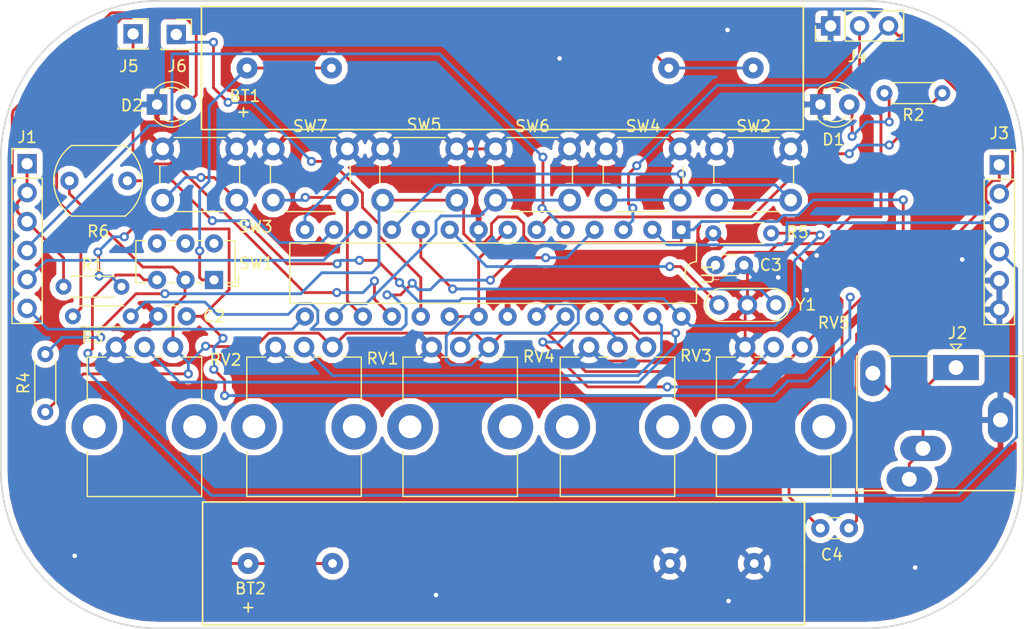
<source format=kicad_pcb>
(kicad_pcb (version 20171130) (host pcbnew "(5.0.1)-4")
  (layers (0 F.Cu signal hide) (31 B.Cu signal hide) (34 B.Paste user) (35 F.Paste user) (36 B.SilkS user) (37 F.SilkS user) (38 B.Mask user) (39 F.Mask user) (44 Edge.Cuts user))
  (net 0 "")
  (net 1 "Net-(BT1-Pad2)")
  (net 2 "Net-(BT1-Pad1)")
  (net 3 GND)
  (net 4 "Net-(C1-Pad1)")
  (net 5 "Net-(C1-Pad2)")
  (net 6 +3V3)
  (net 7 "Net-(C4-Pad1)")
  (net 8 1)
  (net 9 "Net-(D1-Pad2)")
  (net 10 "Net-(D2-Pad2)")
  (net 11 "Net-(J1-Pad1)")
  (net 12 5)
  (net 13 12)
  (net 14 15)
  (net 15 "Net-(J3-Pad2)")
  (net 16 2)
  (net 17 "Net-(J3-Pad4)")
  (net 18 "Net-(J5-Pad1)")
  (net 19 "Net-(J6-Pad1)")
  (net 20 6)
  (net 21 4)
  (net 22 28)
  (net 23 27)
  (net 24 26)
  (net 25 25)
  (net 26 24)
  (net 27 23)
  (net 28 11)
  (net 29 13)
  (net 30 14)
  (net 31 16)
  (net 32 17)
  (net 33 9)
  (net 34 10)
  (module Potentiometer_THT:Potentiometer_Alps_RK09K_Single_Vertical (layer F.Cu) (at 94.7 107.4 270)
    (fp_text reference RV1 (at 1.0072 -9.3892) (layer F.SilkS))
    (fp_text value R_POT)
    (pad 3 thru_hole circle (at 0 -5 270) (size 1.8 1.8) (drill 1) (layers *.Cu *.Mask) (net 6 +3V3))
    (pad 2 thru_hole circle (at 0 -2.5 270) (size 1.8 1.8) (drill 1) (layers *.Cu *.Mask) (net 23 27))
    (pad 1 thru_hole circle (at 0 0 270) (size 1.8 1.8) (drill 1) (layers *.Cu *.Mask) (net 3 GND))
    (pad "" np_thru_hole circle (at 7 -6.9 270) (size 4 4) (drill 2) (layers *.Cu *.Mask))
    (pad "" np_thru_hole circle (at 7 1.9 270) (size 4 4) (drill 2) (layers *.Cu *.Mask))
  )
  (module Button_Switch_THT:SW_PUSH_6mm_H5mm (layer F.Cu) (at 114 90)
    (fp_text reference SW6 (at 3.25 -2) (layer F.SilkS))
    (fp_text value SW_Push_Dual)
    (pad 2 thru_hole circle (at 0 4.5 90) (size 2 2) (drill 1.1) (layers *.Cu *.Mask) (net 31 16))
    (pad 1 thru_hole circle (at 0 0 90) (size 2 2) (drill 1.1) (layers *.Cu *.Mask) (net 3 GND))
    (pad 2 thru_hole circle (at 6.5 4.5 90) (size 2 2) (drill 1.1) (layers *.Cu *.Mask) (net 31 16))
    (pad 1 thru_hole circle (at 6.5 0 90) (size 2 2) (drill 1.1) (layers *.Cu *.Mask) (net 3 GND))
  )
  (module Connector_PinHeader_2.54mm:PinHeader_1x03_P2.54mm_Vertical (layer F.Cu) (at 143.4 79.2 90)
    (fp_text reference J4 (at -2.6642 2.3579 180) (layer F.SilkS))
    (fp_text value Conn_01x03_Female)
    (pad 3 thru_hole oval (at 0 5.08 90) (size 1.7 1.7) (drill 1) (layers *.Cu *.Mask) (net 15 "Net-(J3-Pad2)"))
    (pad 2 thru_hole oval (at 0 2.54 90) (size 1.7 1.7) (drill 1) (layers *.Cu *.Mask) (net 6 +3V3))
    (pad 1 thru_hole rect (at 0 0 90) (size 1.7 1.7) (drill 1) (layers *.Cu *.Mask) (net 3 GND))
  )
  (module Button_Switch_THT:SW_E-Switch_EG1271_DPDT (layer F.Cu) (at 89.3 101.5 180)
    (fp_text reference SW1 (at -3.7148 1.4494 180) (layer F.SilkS))
    (fp_text value SW_SPDT)
    (pad 6 thru_hole circle (at 5 3.2 180) (size 1.6 1.6) (drill 0.8) (layers *.Cu *.Mask))
    (pad 5 thru_hole circle (at 2.5 3.2 180) (size 1.6 1.6) (drill 0.8) (layers *.Cu *.Mask))
    (pad 4 thru_hole circle (at 0 3.2 180) (size 1.6 1.6) (drill 0.8) (layers *.Cu *.Mask))
    (pad 3 thru_hole circle (at 5 0 180) (size 1.6 1.6) (drill 0.8) (layers *.Cu *.Mask) (net 17 "Net-(J3-Pad4)"))
    (pad 2 thru_hole circle (at 2.5 0 180) (size 1.6 1.6) (drill 0.8) (layers *.Cu *.Mask) (net 6 +3V3))
    (pad 1 thru_hole rect (at 0 0 180) (size 1.6 1.6) (drill 0.8) (layers *.Cu *.Mask) (net 2 "Net-(BT1-Pad1)"))
  )
  (module bateria:Keystone82 (layer F.Cu) (at 92.2 82.9)
    (fp_text reference BT1 (at -0.1885 2.4567) (layer F.SilkS))
    (fp_text value Battery)
    (fp_text user + (at -0.3155 3.8029) (layer F.SilkS))
    (pad 2 thru_hole circle (at 37 0) (size 1.85 1.85) (drill 0.762) (layers *.Cu *.Mask) (net 1 "Net-(BT1-Pad2)"))
    (pad 2 thru_hole circle (at 44.4 0) (size 1.85 1.85) (drill 0.762) (layers *.Cu *.Mask) (net 1 "Net-(BT1-Pad2)"))
    (pad 1 thru_hole circle (at 7.4 0) (size 1.85 1.85) (drill 0.762) (layers *.Cu *.Mask) (net 2 "Net-(BT1-Pad1)"))
    (pad 1 thru_hole circle (at 0 0) (size 1.85 1.85) (drill 0.762) (layers *.Cu *.Mask) (net 2 "Net-(BT1-Pad1)"))
  )
  (module bateria:Keystone82 (layer F.Cu) (at 92.3 126.4)
    (fp_text reference BT2 (at 0.2 2.2) (layer F.SilkS))
    (fp_text value Battery)
    (fp_text user + (at 0 3.8) (layer F.SilkS))
    (pad 1 thru_hole circle (at 0 0) (size 1.85 1.85) (drill 0.762) (layers *.Cu *.Mask) (net 1 "Net-(BT1-Pad2)"))
    (pad 1 thru_hole circle (at 7.4 0) (size 1.85 1.85) (drill 0.762) (layers *.Cu *.Mask) (net 1 "Net-(BT1-Pad2)"))
    (pad 2 thru_hole circle (at 44.4 0) (size 1.85 1.85) (drill 0.762) (layers *.Cu *.Mask) (net 3 GND))
    (pad 2 thru_hole circle (at 37 0) (size 1.85 1.85) (drill 0.762) (layers *.Cu *.Mask) (net 3 GND))
  )
  (module Capacitor_THT:C_Disc_D3.0mm_W1.6mm_P2.50mm (layer F.Cu) (at 84.4 104.7)
    (fp_text reference C2 (at 4.8937 0.0115) (layer F.SilkS))
    (fp_text value "100 nF")
    (pad 1 thru_hole circle (at 0 0) (size 1.6 1.6) (drill 0.8) (layers *.Cu *.Mask) (net 3 GND))
    (pad 2 thru_hole circle (at 2.5 0) (size 1.6 1.6) (drill 0.8) (layers *.Cu *.Mask) (net 4 "Net-(C1-Pad1)"))
  )
  (module Capacitor_THT:C_Disc_D3.0mm_W1.6mm_P2.50mm (layer F.Cu) (at 133.3 100.2)
    (fp_text reference C3 (at 4.8506 -0.0097) (layer F.SilkS))
    (fp_text value 100nF)
    (pad 2 thru_hole circle (at 2.5 0) (size 1.6 1.6) (drill 0.8) (layers *.Cu *.Mask) (net 3 GND))
    (pad 1 thru_hole circle (at 0 0) (size 1.6 1.6) (drill 0.8) (layers *.Cu *.Mask) (net 6 +3V3))
  )
  (module Capacitor_THT:C_Disc_D3.0mm_W1.6mm_P2.50mm (layer F.Cu) (at 145 123.3 180)
    (fp_text reference C4 (at 1.49 -2.3284 180) (layer F.SilkS))
    (fp_text value 100nF)
    (pad 1 thru_hole circle (at 0 0 180) (size 1.6 1.6) (drill 0.8) (layers *.Cu *.Mask) (net 7 "Net-(C4-Pad1)"))
    (pad 2 thru_hole circle (at 2.5 0 180) (size 1.6 1.6) (drill 0.8) (layers *.Cu *.Mask) (net 8 1))
  )
  (module LED_THT:LED_D3.0mm (layer F.Cu) (at 142.5 86.1)
    (fp_text reference D1 (at 1.137 3.0794) (layer F.SilkS))
    (fp_text value LED)
    (pad 1 thru_hole rect (at 0 0) (size 1.8 1.8) (drill 0.9) (layers *.Cu *.Mask) (net 3 GND))
    (pad 2 thru_hole circle (at 2.54 0) (size 1.8 1.8) (drill 0.9) (layers *.Cu *.Mask) (net 9 "Net-(D1-Pad2)"))
  )
  (module LED_THT:LED_D3.0mm (layer F.Cu) (at 84.3 86.1)
    (fp_text reference D2 (at -2.2072 0.0822) (layer F.SilkS))
    (fp_text value LED)
    (pad 2 thru_hole circle (at 2.54 0) (size 1.8 1.8) (drill 0.9) (layers *.Cu *.Mask) (net 10 "Net-(D2-Pad2)"))
    (pad 1 thru_hole rect (at 0 0) (size 1.8 1.8) (drill 0.9) (layers *.Cu *.Mask) (net 3 GND))
  )
  (module Connector_PinHeader_2.54mm:PinHeader_1x06_P2.54mm_Vertical (layer F.Cu) (at 72.9 91.3)
    (fp_text reference J1 (at 0 -2.33) (layer F.SilkS))
    (fp_text value Conn_01x06_Female)
    (pad 1 thru_hole rect (at 0 0) (size 1.7 1.7) (drill 1) (layers *.Cu *.Mask) (net 11 "Net-(J1-Pad1)"))
    (pad 2 thru_hole oval (at 0 2.54) (size 1.7 1.7) (drill 1) (layers *.Cu *.Mask) (net 11 "Net-(J1-Pad1)"))
    (pad 3 thru_hole oval (at 0 5.08) (size 1.7 1.7) (drill 1) (layers *.Cu *.Mask) (net 11 "Net-(J1-Pad1)"))
    (pad 4 thru_hole oval (at 0 7.62) (size 1.7 1.7) (drill 1) (layers *.Cu *.Mask) (net 12 5))
    (pad 5 thru_hole oval (at 0 10.16) (size 1.7 1.7) (drill 1) (layers *.Cu *.Mask) (net 13 12))
    (pad 6 thru_hole oval (at 0 12.7) (size 1.7 1.7) (drill 1) (layers *.Cu *.Mask) (net 14 15))
  )
  (module Connector_Audio:Jack5pin (layer F.Cu) (at 154.4 109.2 180)
    (fp_text reference J2 (at -0.1336 3.028 180) (layer F.SilkS))
    (fp_text value AudioJack3_Ground)
    (pad 1 thru_hole rect (at 0 0 180) (size 4 2.2) (drill 1.3) (layers *.Cu *.Mask) (net 5 "Net-(C1-Pad2)"))
    (pad 1 thru_hole oval (at 7.3 -0.5 270) (size 4 2.2) (drill 1.3) (layers *.Cu *.Mask) (net 5 "Net-(C1-Pad2)"))
    (pad 2 thru_hole oval (at 2.9 -7.1 180) (size 4 2.2) (drill 1.3) (layers *.Cu *.Mask) (net 5 "Net-(C1-Pad2)"))
    (pad 2 thru_hole oval (at 4.1 -9.8 180) (size 4 2.2) (drill 1.3) (layers *.Cu *.Mask) (net 5 "Net-(C1-Pad2)"))
    (pad 3 thru_hole oval (at -3.9 -4.6 180) (size 2.2 4) (drill 1.3) (layers *.Cu *.Mask) (net 3 GND))
  )
  (module Connector_PinSocket_2.54mm:PinSocket_1x06_P2.54mm_Vertical (layer F.Cu) (at 158.2 91.4)
    (fp_text reference J3 (at 0 -2.77) (layer F.SilkS))
    (fp_text value Conn_01x06_Female)
    (pad 1 thru_hole rect (at 0 0) (size 1.7 1.7) (drill 1) (layers *.Cu *.Mask) (net 7 "Net-(C4-Pad1)"))
    (pad 2 thru_hole oval (at 0 2.54) (size 1.7 1.7) (drill 1) (layers *.Cu *.Mask) (net 15 "Net-(J3-Pad2)"))
    (pad 3 thru_hole oval (at 0 5.08) (size 1.7 1.7) (drill 1) (layers *.Cu *.Mask) (net 16 2))
    (pad 4 thru_hole oval (at 0 7.62) (size 1.7 1.7) (drill 1) (layers *.Cu *.Mask) (net 17 "Net-(J3-Pad4)"))
    (pad 5 thru_hole oval (at 0 10.16) (size 1.7 1.7) (drill 1) (layers *.Cu *.Mask) (net 3 GND))
    (pad 6 thru_hole oval (at 0 12.7) (size 1.7 1.7) (drill 1) (layers *.Cu *.Mask) (net 3 GND))
  )
  (module Connector_PinSocket_2.54mm:PinSocket_1x01_P2.54mm_Vertical (layer F.Cu) (at 82.2 79.9)
    (fp_text reference J5 (at -0.3612 2.8405) (layer F.SilkS))
    (fp_text value Conn_01x01_Female)
    (pad 1 thru_hole rect (at 0 0) (size 1.7 1.7) (drill 1) (layers *.Cu *.Mask) (net 18 "Net-(J5-Pad1)"))
  )
  (module Connector_PinSocket_2.54mm:PinSocket_1x01_P2.54mm_Vertical (layer F.Cu) (at 85.991001 79.951001)
    (fp_text reference J6 (at 0.076899 2.776799) (layer F.SilkS))
    (fp_text value Conn_01x01_Female)
    (pad 1 thru_hole rect (at 0 0) (size 1.7 1.7) (drill 1) (layers *.Cu *.Mask) (net 19 "Net-(J6-Pad1)"))
  )
  (module Resistor_THT:R_Axial_DIN0204_L3.6mm_D1.6mm_P5.08mm_Horizontal (layer F.Cu) (at 76.1 102.1)
    (fp_text reference R1 (at 2.54 -1.92) (layer F.SilkS))
    (fp_text value 1.5k)
    (pad 1 thru_hole circle (at 0 0) (size 1.4 1.4) (drill 0.7) (layers *.Cu *.Mask) (net 11 "Net-(J1-Pad1)"))
    (pad 2 thru_hole oval (at 5.08 0) (size 1.4 1.4) (drill 0.7) (layers *.Cu *.Mask) (net 4 "Net-(C1-Pad1)"))
  )
  (module Resistor_THT:R_Axial_DIN0204_L3.6mm_D1.6mm_P5.08mm_Horizontal (layer F.Cu) (at 153.2 85.1 180)
    (fp_text reference R2 (at 2.54 -1.92 180) (layer F.SilkS))
    (fp_text value "150 Ohm")
    (pad 1 thru_hole circle (at 0 0 180) (size 1.4 1.4) (drill 0.7) (layers *.Cu *.Mask) (net 20 6))
    (pad 2 thru_hole oval (at 5.08 0 180) (size 1.4 1.4) (drill 0.7) (layers *.Cu *.Mask) (net 9 "Net-(D1-Pad2)"))
  )
  (module Resistor_THT:R_Axial_DIN0204_L3.6mm_D1.6mm_P5.08mm_Horizontal (layer F.Cu) (at 82 104.7 180)
    (fp_text reference R3 (at 3.3616 -1.853 180) (layer F.SilkS))
    (fp_text value "150 Ohm")
    (pad 2 thru_hole oval (at 5.08 0 180) (size 1.4 1.4) (drill 0.7) (layers *.Cu *.Mask) (net 10 "Net-(D2-Pad2)"))
    (pad 1 thru_hole circle (at 0 0 180) (size 1.4 1.4) (drill 0.7) (layers *.Cu *.Mask) (net 21 4))
  )
  (module Resistor_THT:R_Axial_DIN0204_L3.6mm_D1.6mm_P5.08mm_Horizontal (layer F.Cu) (at 74.5 113.1 90)
    (fp_text reference R4 (at 2.54 -1.92 90) (layer F.SilkS))
    (fp_text value 10k)
    (pad 2 thru_hole oval (at 5.08 0 90) (size 1.4 1.4) (drill 0.7) (layers *.Cu *.Mask) (net 8 1))
    (pad 1 thru_hole circle (at 0 0 90) (size 1.4 1.4) (drill 0.7) (layers *.Cu *.Mask) (net 6 +3V3))
  )
  (module Resistor_THT:R_Axial_DIN0204_L3.6mm_D1.6mm_P5.08mm_Horizontal (layer F.Cu) (at 133.1 97.4)
    (fp_text reference R5 (at 7.4001 -0.0926) (layer F.SilkS))
    (fp_text value 10k)
    (pad 1 thru_hole circle (at 0 0) (size 1.4 1.4) (drill 0.7) (layers *.Cu *.Mask) (net 3 GND))
    (pad 2 thru_hole oval (at 5.08 0) (size 1.4 1.4) (drill 0.7) (layers *.Cu *.Mask) (net 22 28))
  )
  (module OptoDevice:R_LDR_7x6mm_P5.1mm_Vertical (layer F.Cu) (at 81.7 92.8 180)
    (fp_text reference R6 (at 2.5536 -4.4439 180) (layer F.SilkS))
    (fp_text value LDR03)
    (pad 1 thru_hole circle (at 0 0 180) (size 1.6 1.6) (drill 0.8) (layers *.Cu *.Mask) (net 22 28))
    (pad 2 thru_hole circle (at 5.08 0 180) (size 1.6 1.6) (drill 0.8) (layers *.Cu *.Mask) (net 6 +3V3))
  )
  (module Potentiometer_THT:Potentiometer_Alps_RK09K_Single_Vertical (layer F.Cu) (at 80.7 107.4 270)
    (fp_text reference RV2 (at 1.1215 -9.6097) (layer F.SilkS))
    (fp_text value R_POT)
    (pad "" np_thru_hole circle (at 7 1.9 270) (size 4 4) (drill 2) (layers *.Cu *.Mask))
    (pad "" np_thru_hole circle (at 7 -6.9 270) (size 4 4) (drill 2) (layers *.Cu *.Mask))
    (pad 1 thru_hole circle (at 0 0 270) (size 1.8 1.8) (drill 1) (layers *.Cu *.Mask) (net 3 GND))
    (pad 2 thru_hole circle (at 0 -2.5 270) (size 1.8 1.8) (drill 1) (layers *.Cu *.Mask) (net 24 26))
    (pad 3 thru_hole circle (at 0 -5 270) (size 1.8 1.8) (drill 1) (layers *.Cu *.Mask) (net 6 +3V3))
  )
  (module Potentiometer_THT:Potentiometer_Alps_RK09K_Single_Vertical (layer F.Cu) (at 122.2 107.4 270)
    (fp_text reference RV3 (at 0.7659 -9.3847) (layer F.SilkS))
    (fp_text value R_POT)
    (pad 3 thru_hole circle (at 0 -5 270) (size 1.8 1.8) (drill 1) (layers *.Cu *.Mask) (net 6 +3V3))
    (pad 2 thru_hole circle (at 0 -2.5 270) (size 1.8 1.8) (drill 1) (layers *.Cu *.Mask) (net 25 25))
    (pad 1 thru_hole circle (at 0 0 270) (size 1.8 1.8) (drill 1) (layers *.Cu *.Mask) (net 3 GND))
    (pad "" np_thru_hole circle (at 7 -6.9 270) (size 4 4) (drill 2) (layers *.Cu *.Mask))
    (pad "" np_thru_hole circle (at 7 1.9 270) (size 4 4) (drill 2) (layers *.Cu *.Mask))
  )
  (module Potentiometer_THT:Potentiometer_Alps_RK09K_Single_Vertical (layer F.Cu) (at 108.4 107.4 270)
    (fp_text reference RV4 (at 0.8294 -9.4052) (layer F.SilkS))
    (fp_text value R_POT)
    (pad "" np_thru_hole circle (at 7 1.9 270) (size 4 4) (drill 2) (layers *.Cu *.Mask))
    (pad "" np_thru_hole circle (at 7 -6.9 270) (size 4 4) (drill 2) (layers *.Cu *.Mask))
    (pad 1 thru_hole circle (at 0 0 270) (size 1.8 1.8) (drill 1) (layers *.Cu *.Mask) (net 3 GND))
    (pad 2 thru_hole circle (at 0 -2.5 270) (size 1.8 1.8) (drill 1) (layers *.Cu *.Mask) (net 26 24))
    (pad 3 thru_hole circle (at 0 -5 270) (size 1.8 1.8) (drill 1) (layers *.Cu *.Mask) (net 6 +3V3))
  )
  (module Button_Switch_THT:SW_PUSH_6mm_H5mm (layer F.Cu) (at 133.4 90)
    (fp_text reference SW2 (at 3.25 -2) (layer F.SilkS))
    (fp_text value SW_Push_Dual)
    (pad 1 thru_hole circle (at 6.5 0 90) (size 2 2) (drill 1.1) (layers *.Cu *.Mask) (net 3 GND))
    (pad 2 thru_hole circle (at 6.5 4.5 90) (size 2 2) (drill 1.1) (layers *.Cu *.Mask) (net 28 11))
    (pad 1 thru_hole circle (at 0 0 90) (size 2 2) (drill 1.1) (layers *.Cu *.Mask) (net 3 GND))
    (pad 2 thru_hole circle (at 0 4.5 90) (size 2 2) (drill 1.1) (layers *.Cu *.Mask) (net 28 11))
  )
  (module Button_Switch_THT:SW_PUSH_6mm_H5mm (layer F.Cu) (at 84.8 90)
    (fp_text reference SW3 (at 8.1259 6.8375) (layer F.SilkS))
    (fp_text value SW_Push_Dual)
    (pad 2 thru_hole circle (at 0 4.5 90) (size 2 2) (drill 1.1) (layers *.Cu *.Mask) (net 29 13))
    (pad 1 thru_hole circle (at 0 0 90) (size 2 2) (drill 1.1) (layers *.Cu *.Mask) (net 3 GND))
    (pad 2 thru_hole circle (at 6.5 4.5 90) (size 2 2) (drill 1.1) (layers *.Cu *.Mask) (net 29 13))
    (pad 1 thru_hole circle (at 6.5 0 90) (size 2 2) (drill 1.1) (layers *.Cu *.Mask) (net 3 GND))
  )
  (module Button_Switch_THT:SW_PUSH_6mm_H5mm (layer F.Cu) (at 123.7 90)
    (fp_text reference SW4 (at 3.25 -2) (layer F.SilkS))
    (fp_text value SW_Push_Dual)
    (pad 1 thru_hole circle (at 6.5 0 90) (size 2 2) (drill 1.1) (layers *.Cu *.Mask) (net 3 GND))
    (pad 2 thru_hole circle (at 6.5 4.5 90) (size 2 2) (drill 1.1) (layers *.Cu *.Mask) (net 30 14))
    (pad 1 thru_hole circle (at 0 0 90) (size 2 2) (drill 1.1) (layers *.Cu *.Mask) (net 3 GND))
    (pad 2 thru_hole circle (at 0 4.5 90) (size 2 2) (drill 1.1) (layers *.Cu *.Mask) (net 30 14))
  )
  (module Button_Switch_THT:SW_PUSH_6mm_H5mm (layer F.Cu) (at 110.6 94.5 180)
    (fp_text reference SW5 (at 2.8659 6.6414 180) (layer F.SilkS))
    (fp_text value SW_Push_Dual)
    (pad 2 thru_hole circle (at 0 4.5 270) (size 2 2) (drill 1.1) (layers *.Cu *.Mask) (net 3 GND))
    (pad 1 thru_hole circle (at 0 0 270) (size 2 2) (drill 1.1) (layers *.Cu *.Mask) (net 8 1))
    (pad 2 thru_hole circle (at 6.5 4.5 270) (size 2 2) (drill 1.1) (layers *.Cu *.Mask) (net 3 GND))
    (pad 1 thru_hole circle (at 6.5 0 270) (size 2 2) (drill 1.1) (layers *.Cu *.Mask) (net 8 1))
  )
  (module Button_Switch_THT:SW_PUSH_6mm_H5mm (layer F.Cu) (at 94.5 90)
    (fp_text reference SW7 (at 3.25 -2) (layer F.SilkS))
    (fp_text value SW_Push_Dual)
    (pad 1 thru_hole circle (at 6.5 0 90) (size 2 2) (drill 1.1) (layers *.Cu *.Mask) (net 3 GND))
    (pad 2 thru_hole circle (at 6.5 4.5 90) (size 2 2) (drill 1.1) (layers *.Cu *.Mask) (net 32 17))
    (pad 1 thru_hole circle (at 0 0 90) (size 2 2) (drill 1.1) (layers *.Cu *.Mask) (net 3 GND))
    (pad 2 thru_hole circle (at 0 4.5 90) (size 2 2) (drill 1.1) (layers *.Cu *.Mask) (net 32 17))
  )
  (module Package_DIP:DIP-28_W7.62mm (layer F.Cu) (at 130.3 97.1 270)
    (fp_text reference U1 (at 3.81 -2.33 270) (layer F.SilkS))
    (fp_text value ATmega328-PU)
    (pad 1 thru_hole rect (at 0 0 270) (size 1.6 1.6) (drill 0.8) (layers *.Cu *.Mask) (net 8 1))
    (pad 15 thru_hole oval (at 7.62 33.02 270) (size 1.6 1.6) (drill 0.8) (layers *.Cu *.Mask) (net 14 15))
    (pad 2 thru_hole oval (at 0 2.54 270) (size 1.6 1.6) (drill 0.8) (layers *.Cu *.Mask) (net 16 2))
    (pad 16 thru_hole oval (at 7.62 30.48 270) (size 1.6 1.6) (drill 0.8) (layers *.Cu *.Mask) (net 31 16))
    (pad 3 thru_hole oval (at 0 5.08 270) (size 1.6 1.6) (drill 0.8) (layers *.Cu *.Mask) (net 15 "Net-(J3-Pad2)"))
    (pad 17 thru_hole oval (at 7.62 27.94 270) (size 1.6 1.6) (drill 0.8) (layers *.Cu *.Mask) (net 32 17))
    (pad 4 thru_hole oval (at 0 7.62 270) (size 1.6 1.6) (drill 0.8) (layers *.Cu *.Mask) (net 21 4))
    (pad 18 thru_hole oval (at 7.62 25.4 270) (size 1.6 1.6) (drill 0.8) (layers *.Cu *.Mask) (net 18 "Net-(J5-Pad1)"))
    (pad 5 thru_hole oval (at 0 10.16 270) (size 1.6 1.6) (drill 0.8) (layers *.Cu *.Mask) (net 12 5))
    (pad 19 thru_hole oval (at 7.62 22.86 270) (size 1.6 1.6) (drill 0.8) (layers *.Cu *.Mask) (net 19 "Net-(J6-Pad1)"))
    (pad 6 thru_hole oval (at 0 12.7 270) (size 1.6 1.6) (drill 0.8) (layers *.Cu *.Mask) (net 20 6))
    (pad 20 thru_hole oval (at 7.62 20.32 270) (size 1.6 1.6) (drill 0.8) (layers *.Cu *.Mask) (net 6 +3V3))
    (pad 7 thru_hole oval (at 0 15.24 270) (size 1.6 1.6) (drill 0.8) (layers *.Cu *.Mask) (net 6 +3V3))
    (pad 21 thru_hole oval (at 7.62 17.78 270) (size 1.6 1.6) (drill 0.8) (layers *.Cu *.Mask) (net 6 +3V3))
    (pad 8 thru_hole oval (at 0 17.78 270) (size 1.6 1.6) (drill 0.8) (layers *.Cu *.Mask) (net 3 GND))
    (pad 22 thru_hole oval (at 7.62 15.24 270) (size 1.6 1.6) (drill 0.8) (layers *.Cu *.Mask) (net 3 GND))
    (pad 9 thru_hole oval (at 0 20.32 270) (size 1.6 1.6) (drill 0.8) (layers *.Cu *.Mask) (net 33 9))
    (pad 23 thru_hole oval (at 7.62 12.7 270) (size 1.6 1.6) (drill 0.8) (layers *.Cu *.Mask) (net 27 23))
    (pad 10 thru_hole oval (at 0 22.86 270) (size 1.6 1.6) (drill 0.8) (layers *.Cu *.Mask) (net 34 10))
    (pad 24 thru_hole oval (at 7.62 10.16 270) (size 1.6 1.6) (drill 0.8) (layers *.Cu *.Mask) (net 26 24))
    (pad 11 thru_hole oval (at 0 25.4 270) (size 1.6 1.6) (drill 0.8) (layers *.Cu *.Mask) (net 28 11))
    (pad 25 thru_hole oval (at 7.62 7.62 270) (size 1.6 1.6) (drill 0.8) (layers *.Cu *.Mask) (net 25 25))
    (pad 12 thru_hole oval (at 0 27.94 270) (size 1.6 1.6) (drill 0.8) (layers *.Cu *.Mask) (net 13 12))
    (pad 26 thru_hole oval (at 7.62 5.08 270) (size 1.6 1.6) (drill 0.8) (layers *.Cu *.Mask) (net 24 26))
    (pad 13 thru_hole oval (at 0 30.48 270) (size 1.6 1.6) (drill 0.8) (layers *.Cu *.Mask) (net 29 13))
    (pad 27 thru_hole oval (at 7.62 2.54 270) (size 1.6 1.6) (drill 0.8) (layers *.Cu *.Mask) (net 23 27))
    (pad 14 thru_hole oval (at 0 33.02 270) (size 1.6 1.6) (drill 0.8) (layers *.Cu *.Mask) (net 30 14))
    (pad 28 thru_hole oval (at 7.62 0 270) (size 1.6 1.6) (drill 0.8) (layers *.Cu *.Mask) (net 22 28))
  )
  (module Crystal:Resonator-3Pin_W7.0mm_H2.5mm (layer F.Cu) (at 133.6 103.7)
    (fp_text reference Y1 (at 7.6367 -0.0299) (layer F.SilkS))
    (fp_text value "16 Mhz")
    (pad 1 thru_hole circle (at 0 0) (size 1.7 1.7) (drill 1) (layers *.Cu *.Mask) (net 33 9))
    (pad 2 thru_hole circle (at 2.5 0) (size 1.7 1.7) (drill 1) (layers *.Cu *.Mask) (net 3 GND))
    (pad 3 thru_hole circle (at 5 0) (size 1.7 1.7) (drill 1) (layers *.Cu *.Mask) (net 34 10))
  )
  (module Potentiometer_THT:Potentiometer_Alps_RK09K_Single_Vertical (layer F.Cu) (at 135.9 107.4 270)
    (fp_text reference RV5 (at -2.1297 -7.7751) (layer F.SilkS))
    (fp_text value R_POT)
    (pad 3 thru_hole circle (at 0 -5 270) (size 1.8 1.8) (drill 1) (layers *.Cu *.Mask) (net 6 +3V3))
    (pad 2 thru_hole circle (at 0 -2.5 270) (size 1.8 1.8) (drill 1) (layers *.Cu *.Mask) (net 27 23))
    (pad 1 thru_hole circle (at 0 0 270) (size 1.8 1.8) (drill 1) (layers *.Cu *.Mask) (net 3 GND))
    (pad "" np_thru_hole circle (at 7 -6.9 270) (size 4 4) (drill 2) (layers *.Cu *.Mask))
    (pad "" np_thru_hole circle (at 7 1.9 270) (size 4 4) (drill 2) (layers *.Cu *.Mask))
  )
  (gr_line (start 160.3 90.9) (end 160.3 118.2) (layer Edge.Cuts) (width 0.15))
  (gr_line (start 84.5 132.1) (end 146.4 132.1) (layer Edge.Cuts) (width 0.15))
  (gr_line (start 70.6 118.2) (end 70.6 90.8) (layer Edge.Cuts) (width 0.15))
  (gr_line (start 146.4 77) (end 84.5 77) (layer Edge.Cuts) (width 0.15))
  (gr_arc (start 146.399641 90.9) (end 160.3 90.9) (angle -90) (layer Edge.Cuts) (width 0.15))
  (gr_arc (start 84.5 90.900359) (end 84.5 77) (angle -89.58632754) (layer Edge.Cuts) (width 0.15))
  (gr_arc (start 84.500359 118.2) (end 70.6 118.2) (angle -90) (layer Edge.Cuts) (width 0.15))
  (gr_arc (start 146.4 118.199641) (end 146.4 132.1) (angle -90) (layer Edge.Cuts) (width 0.15))
  (segment (start 92.3 126.4) (end 99.7 126.4) (width 0.25) (layer F.Cu) (net 1))
  (segment (start 129.2 82.9) (end 136.6 82.9) (width 0.25) (layer B.Cu) (net 1))
  (segment (start 78.775 126.4) (end 98.391853 126.4) (width 0.25) (layer F.Cu) (net 1))
  (segment (start 71.599991 119.224991) (end 78.775 126.4) (width 0.25) (layer F.Cu) (net 1))
  (segment (start 71.599991 86.965232) (end 71.599991 119.224991) (width 0.25) (layer F.Cu) (net 1))
  (segment (start 71.685229 86.654607) (end 71.599991 86.965232) (width 0.25) (layer F.Cu) (net 1))
  (segment (start 71.699075 86.619125) (end 71.685229 86.654607) (width 0.25) (layer F.Cu) (net 1))
  (segment (start 129.2 82.9) (end 124.3415 78.0415) (width 0.25) (layer F.Cu) (net 1))
  (segment (start 124.3415 78.0415) (end 80.398513 78.0415) (width 0.25) (layer F.Cu) (net 1))
  (segment (start 80.398513 78.0415) (end 80.346881 78.055268) (width 0.25) (layer F.Cu) (net 1))
  (segment (start 80.346881 78.055268) (end 80.211057 78.107143) (width 0.25) (layer F.Cu) (net 1))
  (segment (start 80.211057 78.107143) (end 71.699075 86.619125) (width 0.25) (layer F.Cu) (net 1))
  (segment (start 98.391853 126.4) (end 99.7 126.4) (width 0.25) (layer F.Cu) (net 1))
  (segment (start 99.6 82.9) (end 92.868 82.9) (width 0.25) (layer F.Cu) (net 2))
  (segment (start 92.868 82.9) (end 92.2 82.9) (width 0.25) (layer F.Cu) (net 2))
  (via (at 88.04022 98.949507) (size 0.8) (drill 0.4) (layers F.Cu B.Cu) (net 2))
  (segment (start 88.25 101.5) (end 89.3 101.5) (width 0.25) (layer F.Cu) (net 2))
  (segment (start 88.04022 101.29022) (end 88.25 101.5) (width 0.25) (layer F.Cu) (net 2))
  (segment (start 88.04022 98.949507) (end 88.04022 101.29022) (width 0.25) (layer F.Cu) (net 2))
  (segment (start 88.04022 93.691984) (end 88.04022 98.383822) (width 0.25) (layer B.Cu) (net 2))
  (segment (start 92.2 82.9) (end 88.874862 86.225138) (width 0.25) (layer B.Cu) (net 2))
  (segment (start 88.874862 86.225138) (end 88.874862 92.857342) (width 0.25) (layer B.Cu) (net 2))
  (segment (start 88.04022 98.383822) (end 88.04022 98.949507) (width 0.25) (layer B.Cu) (net 2))
  (segment (start 88.874862 92.857342) (end 88.04022 93.691984) (width 0.25) (layer B.Cu) (net 2))
  (segment (start 84.3 89.5) (end 84.8 90) (width 0.25) (layer F.Cu) (net 3))
  (segment (start 112.585787 90) (end 110.6 90) (width 0.25) (layer F.Cu) (net 3))
  (segment (start 114 90) (end 112.585787 90) (width 0.25) (layer F.Cu) (net 3))
  (segment (start 158.3 104.2) (end 158.2 104.1) (width 0.25) (layer F.Cu) (net 3))
  (segment (start 158.3 113.8) (end 158.3 104.2) (width 0.25) (layer F.Cu) (net 3))
  (segment (start 158.2 104.1) (end 158.2 101.56) (width 0.25) (layer F.Cu) (net 3))
  (segment (start 136.1 100.5) (end 135.8 100.2) (width 0.25) (layer F.Cu) (net 3))
  (segment (start 136.1 103.7) (end 136.1 100.5) (width 0.25) (layer F.Cu) (net 3))
  (segment (start 135.9 103.9) (end 136.1 103.7) (width 0.25) (layer F.Cu) (net 3))
  (segment (start 135.9 107.4) (end 135.9 103.9) (width 0.25) (layer F.Cu) (net 3))
  (via (at 138.7983 101.2825) (size 0.8) (drill 0.4) (layers F.Cu B.Cu) (net 3))
  (via (at 142.1765 99.3521) (size 0.8) (drill 0.4) (layers F.Cu B.Cu) (net 3))
  (via (at 141.3002 102.4001) (size 0.8) (drill 0.4) (layers F.Cu B.Cu) (net 3))
  (via (at 108.7755 129.1717) (size 0.8) (drill 0.4) (layers F.Cu B.Cu) (net 3))
  (via (at 134.4422 129.6924) (size 0.8) (drill 0.4) (layers F.Cu B.Cu) (net 3))
  (via (at 150.8125 126.7587) (size 0.8) (drill 0.4) (layers F.Cu B.Cu) (net 3))
  (via (at 119.6213 82.0547) (size 0.8) (drill 0.4) (layers F.Cu B.Cu) (net 3))
  (via (at 134.3533 79.5528) (size 0.8) (drill 0.4) (layers F.Cu B.Cu) (net 3))
  (via (at 154.94 99.7077) (size 0.8) (drill 0.4) (layers F.Cu B.Cu) (net 3))
  (segment (start 132.400001 98.099999) (end 133.1 97.4) (width 0.25) (layer F.Cu) (net 3))
  (segment (start 131.9149 98.5851) (end 132.400001 98.099999) (width 0.25) (layer F.Cu) (net 3))
  (segment (start 131.9149 100.5205) (end 131.9149 98.5851) (width 0.25) (layer F.Cu) (net 3))
  (segment (start 132.719401 101.325001) (end 131.9149 100.5205) (width 0.25) (layer F.Cu) (net 3))
  (segment (start 135.8 100.2) (end 134.674999 101.325001) (width 0.25) (layer F.Cu) (net 3))
  (segment (start 134.674999 101.325001) (end 132.719401 101.325001) (width 0.25) (layer F.Cu) (net 3))
  (segment (start 135.000001 108.299999) (end 135.9 107.4) (width 0.25) (layer F.Cu) (net 3))
  (segment (start 134.674999 108.625001) (end 135.000001 108.299999) (width 0.25) (layer F.Cu) (net 3))
  (segment (start 122.2 107.4) (end 123.425001 108.625001) (width 0.25) (layer F.Cu) (net 3))
  (segment (start 123.425001 108.625001) (end 134.674999 108.625001) (width 0.25) (layer F.Cu) (net 3))
  (via (at 77.07799 125.72831) (size 0.8) (drill 0.4) (layers F.Cu B.Cu) (net 3))
  (via (at 90.2335 111.6584) (size 0.8) (drill 0.4) (layers F.Cu B.Cu) (net 4))
  (via (at 89.281 109.350001) (size 0.8) (drill 0.4) (layers F.Cu B.Cu) (net 4))
  (segment (start 90.2335 111.6584) (end 90.2335 110.302501) (width 0.25) (layer F.Cu) (net 4))
  (segment (start 90.2335 110.302501) (end 89.281 109.350001) (width 0.25) (layer F.Cu) (net 4))
  (via (at 90.0938 106.6292) (size 0.8) (drill 0.4) (layers F.Cu B.Cu) (net 4))
  (segment (start 89.281 109.350001) (end 89.281 107.442) (width 0.25) (layer B.Cu) (net 4))
  (segment (start 89.281 107.442) (end 90.0938 106.6292) (width 0.25) (layer B.Cu) (net 4))
  (segment (start 88.1646 104.7) (end 86.9 104.7) (width 0.25) (layer F.Cu) (net 4))
  (segment (start 90.0938 106.6292) (end 88.1646 104.7) (width 0.25) (layer F.Cu) (net 4))
  (via (at 81.430068 97.716132) (size 0.8) (drill 0.4) (layers F.Cu B.Cu) (net 4))
  (via (at 79.2226 101.1682) (size 0.8) (drill 0.4) (layers F.Cu B.Cu) (net 4))
  (segment (start 80.2482 101.1682) (end 81.18 102.1) (width 0.25) (layer B.Cu) (net 4))
  (segment (start 79.2226 101.1682) (end 80.2482 101.1682) (width 0.25) (layer B.Cu) (net 4))
  (segment (start 79.508299 98.658891) (end 79.1083 99.05889) (width 0.25) (layer B.Cu) (net 4))
  (segment (start 80.451058 97.716132) (end 79.508299 98.658891) (width 0.25) (layer B.Cu) (net 4))
  (segment (start 81.430068 97.716132) (end 80.451058 97.716132) (width 0.25) (layer B.Cu) (net 4))
  (via (at 79.1083 99.05889) (size 0.8) (drill 0.4) (layers F.Cu B.Cu) (net 4))
  (via (at 145.119522 103.015047) (size 0.8) (drill 0.4) (layers F.Cu B.Cu) (net 4))
  (segment (start 145.119522 103.015038) (end 145.119522 103.015047) (width 0.25) (layer F.Cu) (net 4))
  (segment (start 145 102.895516) (end 145.119522 103.015038) (width 0.25) (layer F.Cu) (net 4))
  (segment (start 79.1845 99.13509) (end 79.1083 99.05889) (width 0.25) (layer F.Cu) (net 4))
  (segment (start 79.2226 101.1682) (end 79.1845 101.1301) (width 0.25) (layer F.Cu) (net 4))
  (segment (start 79.1845 101.1301) (end 79.1845 99.13509) (width 0.25) (layer F.Cu) (net 4))
  (segment (start 82.1182 97.028) (end 81.430068 97.716132) (width 0.25) (layer F.Cu) (net 4))
  (segment (start 90.6272 102.357802) (end 90.6272 97.028) (width 0.25) (layer F.Cu) (net 4))
  (segment (start 88.285002 104.7) (end 90.6272 102.357802) (width 0.25) (layer F.Cu) (net 4))
  (segment (start 86.9 104.7) (end 88.285002 104.7) (width 0.25) (layer F.Cu) (net 4))
  (segment (start 90.6272 97.028) (end 82.1182 97.028) (width 0.25) (layer F.Cu) (net 4))
  (segment (start 145.0848 103.015047) (end 145.119522 103.015047) (width 0.25) (layer B.Cu) (net 4))
  (segment (start 138.3792 111.6584) (end 139.625001 110.412599) (width 0.25) (layer B.Cu) (net 4))
  (segment (start 90.2335 111.6584) (end 138.3792 111.6584) (width 0.25) (layer B.Cu) (net 4))
  (segment (start 139.625001 110.412599) (end 139.625001 110.3884) (width 0.25) (layer B.Cu) (net 4))
  (segment (start 139.625001 110.3884) (end 141.351 110.3884) (width 0.25) (layer B.Cu) (net 4))
  (segment (start 141.351 110.3884) (end 145.0848 106.6546) (width 0.25) (layer B.Cu) (net 4))
  (segment (start 145.0848 106.6546) (end 145.0848 103.015047) (width 0.25) (layer B.Cu) (net 4))
  (segment (start 151.5 116.45) (end 151.5 116.3) (width 0.25) (layer F.Cu) (net 5))
  (segment (start 150.3 117.65) (end 151.5 116.45) (width 0.25) (layer F.Cu) (net 5))
  (segment (start 150.3 119) (end 150.3 117.65) (width 0.25) (layer F.Cu) (net 5))
  (segment (start 151.5 111.2) (end 153.5 109.2) (width 0.25) (layer F.Cu) (net 5))
  (segment (start 151.5 116.3) (end 151.5 111.2) (width 0.25) (layer F.Cu) (net 5))
  (segment (start 153.5 109.2) (end 154.4 109.2) (width 0.25) (layer F.Cu) (net 5))
  (segment (start 147.1 109.7366) (end 147.1 109.7) (width 0.25) (layer F.Cu) (net 5))
  (segment (start 151.5 111.2) (end 148.5634 111.2) (width 0.25) (layer F.Cu) (net 5))
  (segment (start 148.5634 111.2) (end 147.1 109.7366) (width 0.25) (layer F.Cu) (net 5))
  (segment (start 86.000001 100.700001) (end 86.8 101.5) (width 0.25) (layer F.Cu) (net 6))
  (segment (start 85.674999 100.374999) (end 86.000001 100.700001) (width 0.25) (layer F.Cu) (net 6))
  (segment (start 83.063629 100.374999) (end 85.674999 100.374999) (width 0.25) (layer F.Cu) (net 6))
  (segment (start 76.62 93.93137) (end 83.063629 100.374999) (width 0.25) (layer F.Cu) (net 6))
  (segment (start 76.62 92.8) (end 76.62 93.93137) (width 0.25) (layer F.Cu) (net 6))
  (segment (start 134.099999 99.400001) (end 133.3 100.2) (width 0.25) (layer F.Cu) (net 6))
  (segment (start 134.425001 99.074999) (end 134.099999 99.400001) (width 0.25) (layer F.Cu) (net 6))
  (segment (start 138.022003 99.074999) (end 134.425001 99.074999) (width 0.25) (layer F.Cu) (net 6))
  (segment (start 126.300001 106.500001) (end 127.2 107.4) (width 0.25) (layer F.Cu) (net 6))
  (segment (start 125.974999 106.174999) (end 126.300001 106.500001) (width 0.25) (layer F.Cu) (net 6))
  (segment (start 114.625001 106.174999) (end 125.974999 106.174999) (width 0.25) (layer F.Cu) (net 6))
  (segment (start 113.4 107.4) (end 114.625001 106.174999) (width 0.25) (layer F.Cu) (net 6))
  (segment (start 112.500001 106.500001) (end 113.4 107.4) (width 0.25) (layer F.Cu) (net 6))
  (segment (start 112.174999 106.174999) (end 112.500001 106.500001) (width 0.25) (layer F.Cu) (net 6))
  (segment (start 100.925001 106.174999) (end 112.174999 106.174999) (width 0.25) (layer F.Cu) (net 6))
  (segment (start 99.7 107.4) (end 100.925001 106.174999) (width 0.25) (layer F.Cu) (net 6))
  (segment (start 98.800001 106.500001) (end 99.7 107.4) (width 0.25) (layer F.Cu) (net 6))
  (segment (start 98.474999 106.174999) (end 98.800001 106.500001) (width 0.25) (layer F.Cu) (net 6))
  (segment (start 111.38863 104.72) (end 109.98 104.72) (width 0.25) (layer F.Cu) (net 6))
  (segment (start 112.52 104.72) (end 111.38863 104.72) (width 0.25) (layer F.Cu) (net 6))
  (segment (start 87.0458 108.7458) (end 85.7 107.4) (width 0.25) (layer B.Cu) (net 6))
  (via (at 88.566232 107.320625) (size 0.8) (drill 0.4) (layers F.Cu B.Cu) (net 6))
  (segment (start 87.0458 108.7458) (end 87.141057 108.7458) (width 0.25) (layer B.Cu) (net 6))
  (segment (start 87.141057 108.7458) (end 88.566232 107.320625) (width 0.25) (layer B.Cu) (net 6))
  (segment (start 94.111999 106.174999) (end 98.474999 106.174999) (width 0.25) (layer F.Cu) (net 6))
  (segment (start 92.932797 107.354201) (end 94.111999 106.174999) (width 0.25) (layer F.Cu) (net 6))
  (segment (start 89.165493 107.354201) (end 92.932797 107.354201) (width 0.25) (layer F.Cu) (net 6))
  (segment (start 89.131917 107.320625) (end 89.165493 107.354201) (width 0.25) (layer F.Cu) (net 6))
  (segment (start 88.566232 107.320625) (end 89.131917 107.320625) (width 0.25) (layer F.Cu) (net 6))
  (segment (start 77.84771 109.75229) (end 86.480115 109.75229) (width 0.25) (layer F.Cu) (net 6))
  (segment (start 86.480115 109.75229) (end 87.0458 109.75229) (width 0.25) (layer F.Cu) (net 6))
  (segment (start 87.0458 108.7458) (end 87.0458 109.75229) (width 0.25) (layer B.Cu) (net 6))
  (segment (start 74.5 113.1) (end 77.84771 109.75229) (width 0.25) (layer F.Cu) (net 6))
  (via (at 87.0458 109.75229) (size 0.8) (drill 0.4) (layers F.Cu B.Cu) (net 6))
  (segment (start 86.7537 101.5463) (end 86.8 101.5) (width 0.25) (layer F.Cu) (net 6))
  (segment (start 86.7537 102.9081) (end 86.7537 101.5463) (width 0.25) (layer F.Cu) (net 6))
  (segment (start 85.7 107.4) (end 85.7 103.9618) (width 0.25) (layer F.Cu) (net 6))
  (segment (start 85.7 103.9618) (end 86.7537 102.9081) (width 0.25) (layer F.Cu) (net 6))
  (segment (start 112.52 104.72) (end 112.52 99.64) (width 0.25) (layer F.Cu) (net 6))
  (segment (start 112.52 99.64) (end 115.06 97.1) (width 0.25) (layer F.Cu) (net 6))
  (segment (start 144.394521 103.905479) (end 144.394521 103.284621) (width 0.25) (layer F.Cu) (net 6))
  (segment (start 144.394521 103.284621) (end 140.1826 99.0727) (width 0.25) (layer F.Cu) (net 6))
  (segment (start 138.024302 99.0727) (end 138.022003 99.074999) (width 0.25) (layer F.Cu) (net 6))
  (segment (start 140.1826 99.0727) (end 138.024302 99.0727) (width 0.25) (layer F.Cu) (net 6))
  (segment (start 140.9 107.4) (end 144.394521 103.905479) (width 0.25) (layer F.Cu) (net 6))
  (segment (start 127.2 107.4) (end 126.513002 107.4) (width 0.25) (layer F.Cu) (net 6))
  (segment (start 140.000001 108.299999) (end 140.9 107.4) (width 0.25) (layer F.Cu) (net 6))
  (segment (start 138.7498 109.5502) (end 140.000001 108.299999) (width 0.25) (layer F.Cu) (net 6))
  (segment (start 121.913792 109.5502) (end 138.7498 109.5502) (width 0.25) (layer F.Cu) (net 6))
  (segment (start 125.288001 106.174999) (end 118.538591 106.174999) (width 0.25) (layer F.Cu) (net 6))
  (segment (start 118.538591 106.174999) (end 121.913792 109.5502) (width 0.25) (layer F.Cu) (net 6))
  (segment (start 111.38863 104.72) (end 112.52 104.72) (width 0.25) (layer B.Cu) (net 6))
  (segment (start 109.674999 106.433631) (end 111.38863 104.72) (width 0.25) (layer B.Cu) (net 6))
  (segment (start 109.674999 108.582799) (end 109.674999 106.433631) (width 0.25) (layer B.Cu) (net 6))
  (segment (start 110.0582 108.966) (end 109.674999 108.582799) (width 0.25) (layer B.Cu) (net 6))
  (segment (start 113.4 107.4) (end 111.834 108.966) (width 0.25) (layer B.Cu) (net 6))
  (segment (start 111.834 108.966) (end 110.0582 108.966) (width 0.25) (layer B.Cu) (net 6))
  (segment (start 147.8153 87.062298) (end 147.8153 95.974999) (width 0.25) (layer F.Cu) (net 6))
  (segment (start 138.772501 98.324501) (end 138.022003 99.074999) (width 0.25) (layer F.Cu) (net 6))
  (segment (start 145.94 79.2) (end 145.94 85.186998) (width 0.25) (layer F.Cu) (net 6))
  (segment (start 145.94 85.186998) (end 147.8153 87.062298) (width 0.25) (layer F.Cu) (net 6))
  (segment (start 145.140703 95.974999) (end 142.791201 98.324501) (width 0.25) (layer F.Cu) (net 6))
  (segment (start 142.791201 98.324501) (end 138.772501 98.324501) (width 0.25) (layer F.Cu) (net 6))
  (segment (start 147.8153 95.974999) (end 145.140703 95.974999) (width 0.25) (layer F.Cu) (net 6))
  (segment (start 158.2 92.764999) (end 158.2 91.4) (width 0.25) (layer F.Cu) (net 7))
  (segment (start 145.67499 122.62501) (end 145.67499 106.29301) (width 0.25) (layer F.Cu) (net 7))
  (segment (start 145 123.3) (end 145.67499 122.62501) (width 0.25) (layer F.Cu) (net 7))
  (segment (start 145.67499 106.29301) (end 157.244499 94.723501) (width 0.25) (layer F.Cu) (net 7))
  (segment (start 157.024999 94.504001) (end 157.024999 93.375999) (width 0.25) (layer F.Cu) (net 7))
  (segment (start 157.635999 92.764999) (end 158.2 92.764999) (width 0.25) (layer F.Cu) (net 7))
  (segment (start 157.244499 94.723501) (end 157.024999 94.504001) (width 0.25) (layer F.Cu) (net 7))
  (segment (start 157.024999 93.375999) (end 157.635999 92.764999) (width 0.25) (layer F.Cu) (net 7))
  (segment (start 104.1 94.5) (end 110.6 94.5) (width 0.25) (layer F.Cu) (net 8))
  (via (at 149.7711 94.4753) (size 0.8) (drill 0.4) (layers F.Cu B.Cu) (net 8))
  (segment (start 75.969999 106.550001) (end 79.356999 106.550001) (width 0.25) (layer B.Cu) (net 8))
  (segment (start 74.5 108.02) (end 75.969999 106.550001) (width 0.25) (layer B.Cu) (net 8))
  (via (at 79.356999 106.550001) (size 0.8) (drill 0.4) (layers F.Cu B.Cu) (net 8))
  (segment (start 141.885702 94.4753) (end 149.205415 94.4753) (width 0.25) (layer B.Cu) (net 8))
  (segment (start 138.714001 96.374999) (end 139.263999 95.825001) (width 0.25) (layer B.Cu) (net 8))
  (segment (start 131.35 97.1) (end 132.075001 96.374999) (width 0.25) (layer B.Cu) (net 8))
  (segment (start 140.536001 95.825001) (end 141.885702 94.4753) (width 0.25) (layer B.Cu) (net 8))
  (segment (start 139.263999 95.825001) (end 140.536001 95.825001) (width 0.25) (layer B.Cu) (net 8))
  (segment (start 132.075001 96.374999) (end 138.714001 96.374999) (width 0.25) (layer B.Cu) (net 8))
  (segment (start 130.3 97.1) (end 131.35 97.1) (width 0.25) (layer B.Cu) (net 8))
  (segment (start 149.205415 94.4753) (end 149.7711 94.4753) (width 0.25) (layer B.Cu) (net 8))
  (segment (start 79.356999 105.825999) (end 82.466294 102.716704) (width 0.25) (layer F.Cu) (net 8))
  (segment (start 79.356999 106.550001) (end 79.356999 105.825999) (width 0.25) (layer F.Cu) (net 8))
  (segment (start 82.466294 102.716704) (end 84.426892 102.716704) (width 0.25) (layer F.Cu) (net 8))
  (segment (start 84.426892 102.716704) (end 84.992577 102.716704) (width 0.25) (layer F.Cu) (net 8))
  (via (at 84.992577 102.716704) (size 0.8) (drill 0.4) (layers F.Cu B.Cu) (net 8))
  (segment (start 139.7508 120.5508) (end 141.700001 122.500001) (width 0.25) (layer F.Cu) (net 8))
  (segment (start 139.7508 114.008198) (end 139.7508 120.5508) (width 0.25) (layer F.Cu) (net 8))
  (segment (start 144.399 109.359998) (end 139.7508 114.008198) (width 0.25) (layer F.Cu) (net 8))
  (segment (start 144.399 104.812895) (end 144.399 109.359998) (width 0.25) (layer F.Cu) (net 8))
  (segment (start 149.7711 94.4753) (end 149.7711 99.440795) (width 0.25) (layer F.Cu) (net 8))
  (segment (start 149.7711 99.440795) (end 144.399 104.812895) (width 0.25) (layer F.Cu) (net 8))
  (segment (start 141.700001 122.500001) (end 142.5 123.3) (width 0.25) (layer F.Cu) (net 8))
  (segment (start 85.558262 102.716704) (end 84.992577 102.716704) (width 0.25) (layer B.Cu) (net 8))
  (segment (start 103.774999 94.825001) (end 103.774999 100.269799) (width 0.25) (layer B.Cu) (net 8))
  (segment (start 104.1 94.5) (end 103.774999 94.825001) (width 0.25) (layer B.Cu) (net 8))
  (segment (start 103.774999 100.269799) (end 103.169799 100.874999) (width 0.25) (layer B.Cu) (net 8))
  (segment (start 103.169799 100.874999) (end 98.756301 100.874999) (width 0.25) (layer B.Cu) (net 8))
  (segment (start 98.756301 100.874999) (end 96.914596 102.716704) (width 0.25) (layer B.Cu) (net 8))
  (segment (start 96.914596 102.716704) (end 85.558262 102.716704) (width 0.25) (layer B.Cu) (net 8))
  (segment (start 116.474999 96.559999) (end 115.889999 95.974999) (width 0.25) (layer F.Cu) (net 8))
  (segment (start 117.059999 98.225001) (end 116.474999 97.640001) (width 0.25) (layer F.Cu) (net 8))
  (segment (start 116.474999 97.640001) (end 116.474999 96.559999) (width 0.25) (layer F.Cu) (net 8))
  (segment (start 130.3 97.1) (end 130.3 98.15) (width 0.25) (layer F.Cu) (net 8))
  (segment (start 130.224999 98.225001) (end 117.059999 98.225001) (width 0.25) (layer F.Cu) (net 8))
  (segment (start 130.3 98.15) (end 130.224999 98.225001) (width 0.25) (layer F.Cu) (net 8))
  (segment (start 115.889999 95.974999) (end 114.230001 95.974999) (width 0.25) (layer F.Cu) (net 8))
  (segment (start 114.230001 95.974999) (end 113.645001 96.559999) (width 0.25) (layer F.Cu) (net 8))
  (segment (start 112.991005 98.225001) (end 111.979999 98.225001) (width 0.25) (layer F.Cu) (net 8))
  (segment (start 113.645001 96.559999) (end 113.645001 97.571005) (width 0.25) (layer F.Cu) (net 8))
  (segment (start 113.645001 97.571005) (end 112.991005 98.225001) (width 0.25) (layer F.Cu) (net 8))
  (segment (start 111.979999 98.225001) (end 111.2012 97.446202) (width 0.25) (layer F.Cu) (net 8))
  (segment (start 111.2012 97.446202) (end 111.2012 95.1012) (width 0.25) (layer F.Cu) (net 8))
  (segment (start 111.2012 95.1012) (end 110.6 94.5) (width 0.25) (layer F.Cu) (net 8))
  (via (at 145.288 88.9) (size 0.8) (drill 0.4) (layers F.Cu B.Cu) (net 9))
  (segment (start 145.288 86.348) (end 145.04 86.1) (width 0.25) (layer F.Cu) (net 9))
  (segment (start 145.288 88.9) (end 145.288 86.348) (width 0.25) (layer F.Cu) (net 9))
  (segment (start 145.288 88.9) (end 146.558 87.63) (width 0.25) (layer B.Cu) (net 9))
  (segment (start 147.974625 87.63) (end 148.54031 87.63) (width 0.25) (layer B.Cu) (net 9))
  (segment (start 146.558 87.63) (end 147.974625 87.63) (width 0.25) (layer B.Cu) (net 9))
  (via (at 148.54031 87.63) (size 0.8) (drill 0.4) (layers F.Cu B.Cu) (net 9))
  (segment (start 148.54031 85.52031) (end 148.54031 87.63) (width 0.25) (layer F.Cu) (net 9))
  (segment (start 148.12 85.1) (end 148.54031 85.52031) (width 0.25) (layer F.Cu) (net 9))
  (segment (start 86.8994 86.1) (end 86.84 86.1) (width 0.25) (layer F.Cu) (net 10))
  (segment (start 86.823702 78.4987) (end 87.739999 79.414997) (width 0.25) (layer F.Cu) (net 10))
  (segment (start 87.739999 85.259401) (end 86.8994 86.1) (width 0.25) (layer F.Cu) (net 10))
  (segment (start 77.619999 104.000001) (end 77.619999 96.624001) (width 0.25) (layer F.Cu) (net 10))
  (segment (start 87.739999 79.414997) (end 87.739999 85.259401) (width 0.25) (layer F.Cu) (net 10))
  (segment (start 76.92 104.7) (end 77.619999 104.000001) (width 0.25) (layer F.Cu) (net 10))
  (segment (start 77.619999 96.624001) (end 75.494999 94.499001) (width 0.25) (layer F.Cu) (net 10))
  (segment (start 75.494999 94.499001) (end 75.494999 84.207501) (width 0.25) (layer F.Cu) (net 10))
  (segment (start 75.494999 84.207501) (end 81.2038 78.4987) (width 0.25) (layer F.Cu) (net 10))
  (segment (start 81.2038 78.4987) (end 86.823702 78.4987) (width 0.25) (layer F.Cu) (net 10))
  (segment (start 72.9 92.4) (end 72.9 93.84) (width 0.25) (layer F.Cu) (net 11))
  (segment (start 72.9 91.3) (end 72.9 92.4) (width 0.25) (layer F.Cu) (net 11))
  (segment (start 72.050001 95.530001) (end 72.9 96.38) (width 0.25) (layer F.Cu) (net 11))
  (segment (start 72.9 93.84) (end 72.050001 94.689999) (width 0.25) (layer F.Cu) (net 11))
  (segment (start 76.1 99.58) (end 76.1 102.1) (width 0.25) (layer F.Cu) (net 11))
  (segment (start 72.9 96.38) (end 76.1 99.58) (width 0.25) (layer F.Cu) (net 11))
  (segment (start 72.050001 94.689999) (end 72.050001 95.530001) (width 0.25) (layer F.Cu) (net 11))
  (via (at 118.1608 90.725) (size 0.8) (drill 0.4) (layers F.Cu B.Cu) (net 12))
  (segment (start 118.26501 95.22501) (end 118.0846 95.22501) (width 0.25) (layer B.Cu) (net 12))
  (segment (start 118.1608 90.725) (end 118.1608 95.14881) (width 0.25) (layer F.Cu) (net 12))
  (segment (start 118.1608 95.14881) (end 118.0846 95.22501) (width 0.25) (layer F.Cu) (net 12))
  (via (at 118.0846 95.22501) (size 0.8) (drill 0.4) (layers F.Cu B.Cu) (net 12))
  (segment (start 120.14 97.1) (end 118.26501 95.22501) (width 0.25) (layer B.Cu) (net 12))
  (segment (start 109.085799 81.649999) (end 118.1608 90.725) (width 0.25) (layer B.Cu) (net 12))
  (segment (start 85.614999 81.649999) (end 109.085799 81.649999) (width 0.25) (layer B.Cu) (net 12))
  (segment (start 85.614999 87.9475) (end 85.614999 81.649999) (width 0.25) (layer B.Cu) (net 12))
  (segment (start 83.6168 87.9475) (end 85.614999 87.9475) (width 0.25) (layer B.Cu) (net 12))
  (segment (start 72.9 98.92) (end 72.9 98.6643) (width 0.25) (layer B.Cu) (net 12))
  (segment (start 72.9 98.6643) (end 83.6168 87.9475) (width 0.25) (layer B.Cu) (net 12))
  (segment (start 73.749999 100.610001) (end 72.9 101.46) (width 0.25) (layer B.Cu) (net 13))
  (segment (start 74.5761 99.7839) (end 73.749999 100.610001) (width 0.25) (layer B.Cu) (net 13))
  (segment (start 102.36 97.1) (end 101.5915 97.1) (width 0.25) (layer B.Cu) (net 13))
  (segment (start 101.5915 97.1) (end 98.9076 99.7839) (width 0.25) (layer B.Cu) (net 13))
  (segment (start 98.9076 99.7839) (end 74.5761 99.7839) (width 0.25) (layer B.Cu) (net 13))
  (segment (start 73.749999 104.849999) (end 72.9 104) (width 0.25) (layer B.Cu) (net 14))
  (segment (start 96.174999 105.825001) (end 74.725001 105.825001) (width 0.25) (layer B.Cu) (net 14))
  (segment (start 97.28 104.72) (end 96.174999 105.825001) (width 0.25) (layer B.Cu) (net 14))
  (segment (start 74.725001 105.825001) (end 73.749999 104.849999) (width 0.25) (layer B.Cu) (net 14))
  (segment (start 159.049999 93.090001) (end 158.2 93.94) (width 0.25) (layer F.Cu) (net 15))
  (segment (start 159.375001 92.764999) (end 159.049999 93.090001) (width 0.25) (layer F.Cu) (net 15))
  (segment (start 159.310001 90.224999) (end 159.375001 90.289999) (width 0.25) (layer F.Cu) (net 15))
  (segment (start 159.375001 89.757999) (end 159.375001 90.678) (width 0.25) (layer F.Cu) (net 15))
  (segment (start 149.667001 80.049999) (end 159.375001 89.757999) (width 0.25) (layer F.Cu) (net 15))
  (segment (start 149.329999 80.049999) (end 149.667001 80.049999) (width 0.25) (layer F.Cu) (net 15))
  (segment (start 148.48 79.2) (end 149.329999 80.049999) (width 0.25) (layer F.Cu) (net 15))
  (segment (start 159.375001 90.289999) (end 159.375001 90.678) (width 0.25) (layer F.Cu) (net 15))
  (segment (start 159.375001 90.678) (end 159.375001 92.764999) (width 0.25) (layer F.Cu) (net 15))
  (via (at 126.3904 91.477) (size 0.8) (drill 0.4) (layers F.Cu B.Cu) (net 15))
  (via (at 126.0475 95.1992) (size 0.8) (drill 0.4) (layers F.Cu B.Cu) (net 15))
  (segment (start 126.0475 96.2725) (end 125.22 97.1) (width 0.25) (layer B.Cu) (net 15))
  (segment (start 126.0475 95.1992) (end 126.0475 96.2725) (width 0.25) (layer B.Cu) (net 15))
  (segment (start 125.6665 94.8182) (end 126.0475 95.1992) (width 0.25) (layer F.Cu) (net 15))
  (segment (start 126.3904 91.477) (end 125.6665 92.2009) (width 0.25) (layer F.Cu) (net 15))
  (segment (start 125.6665 92.2009) (end 125.6665 94.8182) (width 0.25) (layer F.Cu) (net 15))
  (segment (start 133.4505 84.4169) (end 126.3904 91.477) (width 0.25) (layer B.Cu) (net 15))
  (segment (start 148.48 79.2) (end 143.2631 84.4169) (width 0.25) (layer B.Cu) (net 15))
  (segment (start 143.2631 84.4169) (end 133.4505 84.4169) (width 0.25) (layer B.Cu) (net 15))
  (segment (start 128.559999 97.899999) (end 127.76 97.1) (width 0.25) (layer B.Cu) (net 16))
  (segment (start 158.2 96.48) (end 139.591271 96.48) (width 0.25) (layer B.Cu) (net 16))
  (segment (start 139.5603 96.449029) (end 139.5603 97.9932) (width 0.25) (layer B.Cu) (net 16))
  (segment (start 139.5603 97.9932) (end 139.128499 98.425001) (width 0.25) (layer B.Cu) (net 16))
  (segment (start 139.128499 98.425001) (end 129.085001 98.425001) (width 0.25) (layer B.Cu) (net 16))
  (segment (start 129.085001 98.425001) (end 128.559999 97.899999) (width 0.25) (layer B.Cu) (net 16))
  (segment (start 78.232 107.95) (end 78.232 107.8484) (width 0.25) (layer B.Cu) (net 17))
  (via (at 78.232 107.95) (size 0.8) (drill 0.4) (layers F.Cu B.Cu) (net 17))
  (segment (start 78.631999 107.550001) (end 78.631999 103.130999) (width 0.25) (layer F.Cu) (net 17))
  (segment (start 82.743629 101.074999) (end 83.16863 101.5) (width 0.25) (layer F.Cu) (net 17))
  (segment (start 80.687999 101.074999) (end 82.743629 101.074999) (width 0.25) (layer F.Cu) (net 17))
  (segment (start 78.631999 103.130999) (end 80.687999 101.074999) (width 0.25) (layer F.Cu) (net 17))
  (segment (start 78.232 107.95) (end 78.631999 107.550001) (width 0.25) (layer F.Cu) (net 17))
  (segment (start 83.16863 101.5) (end 84.3 101.5) (width 0.25) (layer F.Cu) (net 17))
  (segment (start 78.232 109.5883) (end 78.232 107.95) (width 0.25) (layer B.Cu) (net 17))
  (segment (start 89.06871 120.42501) (end 78.232 109.5883) (width 0.25) (layer B.Cu) (net 17))
  (segment (start 154.590258 120.42501) (end 89.06871 120.42501) (width 0.25) (layer B.Cu) (net 17))
  (segment (start 159.72501 115.290258) (end 154.590258 120.42501) (width 0.25) (layer B.Cu) (net 17))
  (segment (start 158.2 99.02) (end 159.72501 100.54501) (width 0.25) (layer B.Cu) (net 17))
  (segment (start 159.72501 100.54501) (end 159.72501 115.290258) (width 0.25) (layer B.Cu) (net 17))
  (via (at 100.076 102.616) (size 0.8) (drill 0.4) (layers F.Cu B.Cu) (net 18))
  (via (at 103.378 101.6) (size 0.8) (drill 0.4) (layers F.Cu B.Cu) (net 18))
  (segment (start 100.076 102.616) (end 102.362 102.616) (width 0.25) (layer B.Cu) (net 18))
  (segment (start 102.362 102.616) (end 103.378 101.6) (width 0.25) (layer B.Cu) (net 18))
  (segment (start 103.378 103.198) (end 104.9 104.72) (width 0.25) (layer F.Cu) (net 18))
  (segment (start 103.378 101.6) (end 103.378 103.198) (width 0.25) (layer F.Cu) (net 18))
  (segment (start 82.2 87.7372) (end 82.2 79.9) (width 0.25) (layer F.Cu) (net 18))
  (segment (start 82.1944 87.7428) (end 82.2 87.7372) (width 0.25) (layer F.Cu) (net 18))
  (segment (start 82.1944 90.3732) (end 82.1944 87.7428) (width 0.25) (layer F.Cu) (net 18))
  (segment (start 85.436001 91.325001) (end 83.146201 91.325001) (width 0.25) (layer F.Cu) (net 18))
  (segment (start 83.146201 91.325001) (end 82.1944 90.3732) (width 0.25) (layer F.Cu) (net 18))
  (segment (start 100.076 102.616) (end 97.2312 102.616) (width 0.25) (layer F.Cu) (net 18))
  (segment (start 97.2312 102.616) (end 85.688101 91.072901) (width 0.25) (layer F.Cu) (net 18))
  (segment (start 85.688101 91.072901) (end 85.436001 91.325001) (width 0.25) (layer F.Cu) (net 18))
  (via (at 97.8535 91.0971) (size 0.8) (drill 0.4) (layers F.Cu B.Cu) (net 19))
  (segment (start 99.558102 91.0971) (end 97.8535 91.0971) (width 0.25) (layer F.Cu) (net 19))
  (segment (start 107.44 104.72) (end 107.44 101.305002) (width 0.25) (layer F.Cu) (net 19))
  (segment (start 103.774999 96.585999) (end 102.325001 95.136001) (width 0.25) (layer F.Cu) (net 19))
  (segment (start 103.774999 97.640001) (end 103.774999 96.585999) (width 0.25) (layer F.Cu) (net 19))
  (segment (start 102.325001 95.136001) (end 102.325001 93.863999) (width 0.25) (layer F.Cu) (net 19))
  (segment (start 107.44 101.305002) (end 103.774999 97.640001) (width 0.25) (layer F.Cu) (net 19))
  (segment (start 102.325001 93.863999) (end 99.558102 91.0971) (width 0.25) (layer F.Cu) (net 19))
  (via (at 90.5383 85.9155) (size 0.8) (drill 0.4) (layers F.Cu B.Cu) (net 19))
  (segment (start 97.8535 91.0971) (end 92.6719 85.9155) (width 0.25) (layer B.Cu) (net 19))
  (segment (start 92.6719 85.9155) (end 90.5383 85.9155) (width 0.25) (layer B.Cu) (net 19))
  (via (at 89.2556 80.6323) (size 0.8) (drill 0.4) (layers F.Cu B.Cu) (net 19))
  (segment (start 86.6723 80.6323) (end 85.991001 79.951001) (width 0.25) (layer B.Cu) (net 19))
  (segment (start 89.2556 80.6323) (end 86.6723 80.6323) (width 0.25) (layer B.Cu) (net 19))
  (segment (start 89.2556 84.6328) (end 89.2556 80.6323) (width 0.25) (layer F.Cu) (net 19))
  (segment (start 90.5383 85.9155) (end 89.2556 84.6328) (width 0.25) (layer F.Cu) (net 19))
  (via (at 145.034 90.424) (size 0.8) (drill 0.4) (layers F.Cu B.Cu) (net 20))
  (segment (start 118.399999 96.300001) (end 117.6 97.1) (width 0.25) (layer F.Cu) (net 20))
  (segment (start 118.725001 95.974999) (end 118.399999 96.300001) (width 0.25) (layer F.Cu) (net 20))
  (segment (start 136.463999 95.974999) (end 118.725001 95.974999) (width 0.25) (layer F.Cu) (net 20))
  (segment (start 142.014998 90.424) (end 136.463999 95.974999) (width 0.25) (layer F.Cu) (net 20))
  (segment (start 145.034 90.424) (end 142.014998 90.424) (width 0.25) (layer F.Cu) (net 20))
  (segment (start 145.034 90.424) (end 145.796 89.662) (width 0.25) (layer B.Cu) (net 20))
  (segment (start 148.638 89.662) (end 148.54031 89.662) (width 0.25) (layer F.Cu) (net 20))
  (segment (start 153.2 85.1) (end 148.638 89.662) (width 0.25) (layer F.Cu) (net 20))
  (segment (start 147.974625 89.662) (end 148.54031 89.662) (width 0.25) (layer B.Cu) (net 20))
  (segment (start 145.796 89.662) (end 147.974625 89.662) (width 0.25) (layer B.Cu) (net 20))
  (via (at 148.54031 89.662) (size 0.8) (drill 0.4) (layers F.Cu B.Cu) (net 20))
  (via (at 118.4021 99.5553) (size 0.8) (drill 0.4) (layers F.Cu B.Cu) (net 21))
  (segment (start 122.68 97.1) (end 120.2247 99.5553) (width 0.25) (layer B.Cu) (net 21))
  (segment (start 120.2247 99.5553) (end 118.4021 99.5553) (width 0.25) (layer B.Cu) (net 21))
  (via (at 113.5507 101.5238) (size 0.8) (drill 0.4) (layers F.Cu B.Cu) (net 21))
  (segment (start 118.4021 99.5553) (end 115.5192 99.5553) (width 0.25) (layer F.Cu) (net 21))
  (segment (start 115.5192 99.5553) (end 113.5507 101.5238) (width 0.25) (layer F.Cu) (net 21))
  (segment (start 113.5507 101.5238) (end 109.1184 101.5238) (width 0.25) (layer B.Cu) (net 21))
  (segment (start 109.1184 101.5238) (end 108.2802 102.362) (width 0.25) (layer B.Cu) (net 21))
  (via (at 106.6927 101.7905) (size 0.8) (drill 0.4) (layers F.Cu B.Cu) (net 21))
  (segment (start 108.2802 102.362) (end 107.2642 102.362) (width 0.25) (layer B.Cu) (net 21))
  (segment (start 107.2642 102.362) (end 106.6927 101.7905) (width 0.25) (layer B.Cu) (net 21))
  (via (at 104.4829 102.8192) (size 0.8) (drill 0.4) (layers F.Cu B.Cu) (net 21))
  (segment (start 106.6927 101.7905) (end 105.664 102.8192) (width 0.25) (layer F.Cu) (net 21))
  (segment (start 105.664 102.8192) (end 104.4829 102.8192) (width 0.25) (layer F.Cu) (net 21))
  (segment (start 106.1593 105.41) (end 106.1593 104.0511) (width 0.25) (layer B.Cu) (net 21))
  (segment (start 105.724299 105.845001) (end 106.1593 105.41) (width 0.25) (layer B.Cu) (net 21))
  (segment (start 97.820001 105.845001) (end 105.724299 105.845001) (width 0.25) (layer B.Cu) (net 21))
  (segment (start 106.1593 104.0511) (end 104.9274 102.8192) (width 0.25) (layer B.Cu) (net 21))
  (segment (start 98.405001 104.179999) (end 98.405001 105.260001) (width 0.25) (layer B.Cu) (net 21))
  (segment (start 83.258295 103.441705) (end 88.493805 103.441705) (width 0.25) (layer B.Cu) (net 21))
  (segment (start 82 104.7) (end 83.258295 103.441705) (width 0.25) (layer B.Cu) (net 21))
  (segment (start 88.493805 103.441705) (end 89.5858 104.5337) (width 0.25) (layer B.Cu) (net 21))
  (segment (start 89.5858 104.5337) (end 95.801298 104.5337) (width 0.25) (layer B.Cu) (net 21))
  (segment (start 104.9274 102.8192) (end 104.4829 102.8192) (width 0.25) (layer B.Cu) (net 21))
  (segment (start 97.820001 103.594999) (end 98.405001 104.179999) (width 0.25) (layer B.Cu) (net 21))
  (segment (start 95.801298 104.5337) (end 96.739999 103.594999) (width 0.25) (layer B.Cu) (net 21))
  (segment (start 98.405001 105.260001) (end 97.820001 105.845001) (width 0.25) (layer B.Cu) (net 21))
  (segment (start 96.739999 103.594999) (end 97.820001 103.594999) (width 0.25) (layer B.Cu) (net 21))
  (via (at 105.5751 101.7397) (size 0.8) (drill 0.4) (layers F.Cu B.Cu) (net 22))
  (via (at 102.0572 99.7839) (size 0.8) (drill 0.4) (layers F.Cu B.Cu) (net 22))
  (segment (start 105.5751 101.7397) (end 103.6193 99.7839) (width 0.25) (layer F.Cu) (net 22))
  (segment (start 103.6193 99.7839) (end 102.0572 99.7839) (width 0.25) (layer F.Cu) (net 22))
  (via (at 100.1014 100.0887) (size 0.8) (drill 0.4) (layers F.Cu B.Cu) (net 22))
  (segment (start 102.0572 99.7839) (end 100.4062 99.7839) (width 0.25) (layer B.Cu) (net 22))
  (segment (start 100.4062 99.7839) (end 100.1014 100.0887) (width 0.25) (layer B.Cu) (net 22))
  (segment (start 107.189101 103.353701) (end 105.975099 102.139699) (width 0.25) (layer B.Cu) (net 22))
  (segment (start 105.975099 102.139699) (end 105.5751 101.7397) (width 0.25) (layer B.Cu) (net 22))
  (segment (start 111.034013 103.144989) (end 110.825301 103.353701) (width 0.25) (layer B.Cu) (net 22))
  (segment (start 110.825301 103.353701) (end 107.189101 103.353701) (width 0.25) (layer B.Cu) (net 22))
  (segment (start 130.3 104.72) (end 128.724989 103.144989) (width 0.25) (layer B.Cu) (net 22))
  (segment (start 128.724989 103.144989) (end 111.034013 103.144989) (width 0.25) (layer B.Cu) (net 22))
  (via (at 89.154 96.30299) (size 0.8) (drill 0.4) (layers F.Cu B.Cu) (net 22))
  (segment (start 88.754001 95.902991) (end 89.154 96.30299) (width 0.25) (layer F.Cu) (net 22))
  (segment (start 85.65101 92.8) (end 88.754001 95.902991) (width 0.25) (layer F.Cu) (net 22))
  (segment (start 81.7 92.8) (end 85.65101 92.8) (width 0.25) (layer F.Cu) (net 22))
  (via (at 92.21301 96.57249) (size 0.8) (drill 0.4) (layers F.Cu B.Cu) (net 22))
  (segment (start 95.72922 100.0887) (end 92.613009 96.972489) (width 0.25) (layer F.Cu) (net 22))
  (segment (start 91.94351 96.30299) (end 92.21301 96.57249) (width 0.25) (layer B.Cu) (net 22))
  (segment (start 89.154 96.30299) (end 91.94351 96.30299) (width 0.25) (layer B.Cu) (net 22))
  (segment (start 92.613009 96.972489) (end 92.21301 96.57249) (width 0.25) (layer F.Cu) (net 22))
  (segment (start 100.1014 100.0887) (end 95.72922 100.0887) (width 0.25) (layer F.Cu) (net 22))
  (segment (start 130.3 104.72) (end 131.099999 105.519999) (width 0.25) (layer B.Cu) (net 22))
  (via (at 142.4813 97.5614) (size 0.8) (drill 0.4) (layers F.Cu B.Cu) (net 22))
  (segment (start 142.081301 97.961399) (end 142.4813 97.5614) (width 0.25) (layer B.Cu) (net 22))
  (segment (start 138.18 97.4) (end 142.3199 97.4) (width 0.25) (layer F.Cu) (net 22))
  (segment (start 131.099999 105.519999) (end 138.519003 105.519999) (width 0.25) (layer B.Cu) (net 22))
  (segment (start 140.239801 103.799201) (end 140.239801 99.802899) (width 0.25) (layer B.Cu) (net 22))
  (segment (start 142.3199 97.4) (end 142.4813 97.5614) (width 0.25) (layer F.Cu) (net 22))
  (segment (start 140.239801 99.802899) (end 142.081301 97.961399) (width 0.25) (layer B.Cu) (net 22))
  (segment (start 138.519003 105.519999) (end 140.239801 103.799201) (width 0.25) (layer B.Cu) (net 22))
  (segment (start 128.559999 105.519999) (end 127.76 104.72) (width 0.25) (layer B.Cu) (net 23))
  (segment (start 128.559999 107.853003) (end 128.559999 105.519999) (width 0.25) (layer B.Cu) (net 23))
  (segment (start 126.507202 109.9058) (end 128.559999 107.853003) (width 0.25) (layer B.Cu) (net 23))
  (segment (start 97.2 107.4) (end 99.7058 109.9058) (width 0.25) (layer B.Cu) (net 23))
  (segment (start 99.7058 109.9058) (end 126.507202 109.9058) (width 0.25) (layer B.Cu) (net 23))
  (via (at 129.794 106.172) (size 0.8) (drill 0.4) (layers F.Cu B.Cu) (net 24))
  (segment (start 126.672 106.172) (end 125.22 104.72) (width 0.25) (layer F.Cu) (net 24))
  (segment (start 129.794 106.172) (end 126.672 106.172) (width 0.25) (layer F.Cu) (net 24))
  (segment (start 129.794 106.737685) (end 129.794 106.172) (width 0.25) (layer B.Cu) (net 24))
  (segment (start 129.794 107.255412) (end 129.794 106.737685) (width 0.25) (layer B.Cu) (net 24))
  (segment (start 126.572112 110.4773) (end 129.794 107.255412) (width 0.25) (layer B.Cu) (net 24))
  (segment (start 83.2 107.4) (end 86.2773 110.4773) (width 0.25) (layer B.Cu) (net 24))
  (segment (start 86.2773 110.4773) (end 126.572112 110.4773) (width 0.25) (layer B.Cu) (net 24))
  (segment (start 124.7 106.74) (end 124.7 107.4) (width 0.25) (layer B.Cu) (net 25))
  (segment (start 122.68 104.72) (end 124.7 106.74) (width 0.25) (layer B.Cu) (net 25))
  (segment (start 111.799999 106.500001) (end 110.9 107.4) (width 0.25) (layer B.Cu) (net 26))
  (segment (start 112.125001 106.174999) (end 111.799999 106.500001) (width 0.25) (layer B.Cu) (net 26))
  (segment (start 118.685001 106.174999) (end 112.125001 106.174999) (width 0.25) (layer B.Cu) (net 26))
  (segment (start 120.14 104.72) (end 118.685001 106.174999) (width 0.25) (layer B.Cu) (net 26))
  (via (at 118.1481 106.9594) (size 0.8) (drill 0.4) (layers F.Cu B.Cu) (net 27))
  (segment (start 118.399999 103.920001) (end 117.6 104.72) (width 0.25) (layer B.Cu) (net 27))
  (segment (start 118.725001 103.594999) (end 118.399999 103.920001) (width 0.25) (layer B.Cu) (net 27))
  (segment (start 120.680001 103.594999) (end 118.725001 103.594999) (width 0.25) (layer B.Cu) (net 27))
  (segment (start 121.265001 104.179999) (end 120.680001 103.594999) (width 0.25) (layer B.Cu) (net 27))
  (segment (start 121.265001 105.260001) (end 121.265001 104.179999) (width 0.25) (layer B.Cu) (net 27))
  (segment (start 119.565602 106.9594) (end 121.265001 105.260001) (width 0.25) (layer B.Cu) (net 27))
  (segment (start 118.1481 106.9594) (end 119.565602 106.9594) (width 0.25) (layer B.Cu) (net 27))
  (segment (start 134.9036 110.8964) (end 129.635785 110.8964) (width 0.25) (layer B.Cu) (net 27))
  (via (at 129.0701 110.8964) (size 0.8) (drill 0.4) (layers F.Cu B.Cu) (net 27))
  (segment (start 138.4 107.4) (end 134.9036 110.8964) (width 0.25) (layer B.Cu) (net 27))
  (segment (start 118.1481 106.9594) (end 122.0851 110.8964) (width 0.25) (layer F.Cu) (net 27))
  (segment (start 128.504415 110.8964) (end 129.0701 110.8964) (width 0.25) (layer F.Cu) (net 27))
  (segment (start 122.0851 110.8964) (end 128.504415 110.8964) (width 0.25) (layer F.Cu) (net 27))
  (segment (start 129.635785 110.8964) (end 129.0701 110.8964) (width 0.25) (layer B.Cu) (net 27))
  (segment (start 138.900001 93.500001) (end 139.9 94.5) (width 0.25) (layer B.Cu) (net 28))
  (segment (start 138.574999 93.174999) (end 138.900001 93.500001) (width 0.25) (layer B.Cu) (net 28))
  (segment (start 108.825001 93.174999) (end 138.574999 93.174999) (width 0.25) (layer B.Cu) (net 28))
  (segment (start 104.9 97.1) (end 108.825001 93.174999) (width 0.25) (layer B.Cu) (net 28))
  (segment (start 133.4 94.5) (end 139.9 94.5) (width 0.25) (layer B.Cu) (net 28))
  (segment (start 92.299999 95.499999) (end 91.3 94.5) (width 0.25) (layer B.Cu) (net 29))
  (segment (start 95.025001 98.225001) (end 92.299999 95.499999) (width 0.25) (layer B.Cu) (net 29))
  (segment (start 98.694999 98.225001) (end 95.025001 98.225001) (width 0.25) (layer B.Cu) (net 29))
  (segment (start 99.82 97.1) (end 98.694999 98.225001) (width 0.25) (layer B.Cu) (net 29))
  (segment (start 86.79066 92.50934) (end 87.584175 92.50934) (width 0.25) (layer B.Cu) (net 29))
  (segment (start 87.584175 92.50934) (end 88.14986 92.50934) (width 0.25) (layer B.Cu) (net 29))
  (via (at 88.14986 92.50934) (size 0.8) (drill 0.4) (layers F.Cu B.Cu) (net 29))
  (segment (start 88.715545 92.50934) (end 88.14986 92.50934) (width 0.25) (layer F.Cu) (net 29))
  (segment (start 84.8 94.5) (end 86.79066 92.50934) (width 0.25) (layer B.Cu) (net 29))
  (segment (start 89.30934 92.50934) (end 88.715545 92.50934) (width 0.25) (layer F.Cu) (net 29))
  (segment (start 91.3 94.5) (end 89.30934 92.50934) (width 0.25) (layer F.Cu) (net 29))
  (via (at 130.302 92.202) (size 0.8) (drill 0.4) (layers F.Cu B.Cu) (net 30))
  (segment (start 109.16159 92.202) (end 130.302 92.202) (width 0.25) (layer B.Cu) (net 30))
  (segment (start 101.04663 92.202) (end 109.16159 92.202) (width 0.25) (layer B.Cu) (net 30))
  (segment (start 97.28 97.1) (end 97.28 95.96863) (width 0.25) (layer B.Cu) (net 30))
  (segment (start 97.28 95.96863) (end 101.04663 92.202) (width 0.25) (layer B.Cu) (net 30))
  (segment (start 130.302 94.398) (end 130.2 94.5) (width 0.25) (layer F.Cu) (net 30))
  (segment (start 130.302 92.202) (end 130.302 94.398) (width 0.25) (layer F.Cu) (net 30))
  (segment (start 125.114213 94.5) (end 123.7 94.5) (width 0.25) (layer B.Cu) (net 30))
  (segment (start 125.140014 94.474199) (end 125.114213 94.5) (width 0.25) (layer B.Cu) (net 30))
  (segment (start 128.759986 94.474199) (end 125.140014 94.474199) (width 0.25) (layer B.Cu) (net 30))
  (segment (start 128.785787 94.5) (end 128.759986 94.474199) (width 0.25) (layer B.Cu) (net 30))
  (segment (start 130.2 94.5) (end 128.785787 94.5) (width 0.25) (layer B.Cu) (net 30))
  (segment (start 115.414213 94.5) (end 114 94.5) (width 0.25) (layer B.Cu) (net 31))
  (segment (start 120.5 94.5) (end 115.414213 94.5) (width 0.25) (layer B.Cu) (net 31))
  (segment (start 112.615 95.885) (end 113.000001 95.499999) (width 0.25) (layer B.Cu) (net 31))
  (segment (start 100.945001 103.594999) (end 102.653001 103.594999) (width 0.25) (layer B.Cu) (net 31))
  (segment (start 113.000001 95.499999) (end 114 94.5) (width 0.25) (layer B.Cu) (net 31))
  (segment (start 99.82 104.72) (end 100.945001 103.594999) (width 0.25) (layer B.Cu) (net 31))
  (segment (start 102.653001 103.594999) (end 108.7755 97.4725) (width 0.25) (layer B.Cu) (net 31))
  (segment (start 108.7755 97.4725) (end 108.7755 96.3295) (width 0.25) (layer B.Cu) (net 31))
  (segment (start 108.7755 96.3295) (end 109.22 95.885) (width 0.25) (layer B.Cu) (net 31))
  (segment (start 109.22 95.885) (end 112.615 95.885) (width 0.25) (layer B.Cu) (net 31))
  (segment (start 101 103.36) (end 101 94.5) (width 0.25) (layer F.Cu) (net 32))
  (segment (start 102.36 104.72) (end 101 103.36) (width 0.25) (layer F.Cu) (net 32))
  (via (at 97.3074 94.2594) (size 0.8) (drill 0.4) (layers F.Cu B.Cu) (net 32))
  (segment (start 94.5 94.5) (end 97.0668 94.5) (width 0.25) (layer B.Cu) (net 32))
  (segment (start 97.0668 94.5) (end 97.3074 94.2594) (width 0.25) (layer B.Cu) (net 32))
  (segment (start 100.7594 94.2594) (end 101 94.5) (width 0.25) (layer F.Cu) (net 32))
  (segment (start 97.3074 94.2594) (end 100.7594 94.2594) (width 0.25) (layer F.Cu) (net 32))
  (via (at 129.286 100.33) (size 0.8) (drill 0.4) (layers F.Cu B.Cu) (net 33))
  (segment (start 114.084998 100.33) (end 129.286 100.33) (width 0.25) (layer B.Cu) (net 33))
  (segment (start 109.98 97.1) (end 113.21 100.33) (width 0.25) (layer B.Cu) (net 33))
  (segment (start 113.21 100.33) (end 114.084998 100.33) (width 0.25) (layer B.Cu) (net 33))
  (segment (start 130.23 100.33) (end 133.6 103.7) (width 0.25) (layer F.Cu) (net 33))
  (segment (start 129.286 100.33) (end 130.23 100.33) (width 0.25) (layer F.Cu) (net 33))
  (via (at 110.236 102.2985) (size 0.8) (drill 0.4) (layers F.Cu B.Cu) (net 34))
  (segment (start 138.6 103.7) (end 137.1985 102.2985) (width 0.25) (layer B.Cu) (net 34))
  (segment (start 110.801685 102.2985) (end 110.236 102.2985) (width 0.25) (layer B.Cu) (net 34))
  (segment (start 109.836001 101.898501) (end 110.236 102.2985) (width 0.25) (layer F.Cu) (net 34))
  (segment (start 107.44 97.1) (end 107.44 99.5025) (width 0.25) (layer F.Cu) (net 34))
  (segment (start 107.44 99.5025) (end 109.836001 101.898501) (width 0.25) (layer F.Cu) (net 34))
  (segment (start 137.1985 102.2985) (end 110.801685 102.2985) (width 0.25) (layer B.Cu) (net 34))
  (zone (net 3) (net_name GND) (layer B.Cu) (connect_pads (clearance 0.508)) (min_thickness 0.254) (fill yes (arc_segments 16) (thermal_gap 0.508) (thermal_bridge_width 0.508))
    (polygon (pts (xy 165.5953 133.4262) (xy 65.8495 135.1407) (xy 65.3034 73.5076) (xy 164.6428 72.1614) (xy 164.97935 125.4125)))
  )
  (zone (net 3) (net_name GND) (layer F.Cu) (connect_pads (clearance 0.508)) (min_thickness 0.254) (fill yes (arc_segments 16) (thermal_gap 0.508) (thermal_bridge_width 0.508))
    (polygon (pts (xy 164.5666 72.1614) (xy 165.481 133.4008) (xy 65.7098 135.3566) (xy 65.4558 73.8632) (xy 164.5412 72.1614)))
  )
)
</source>
